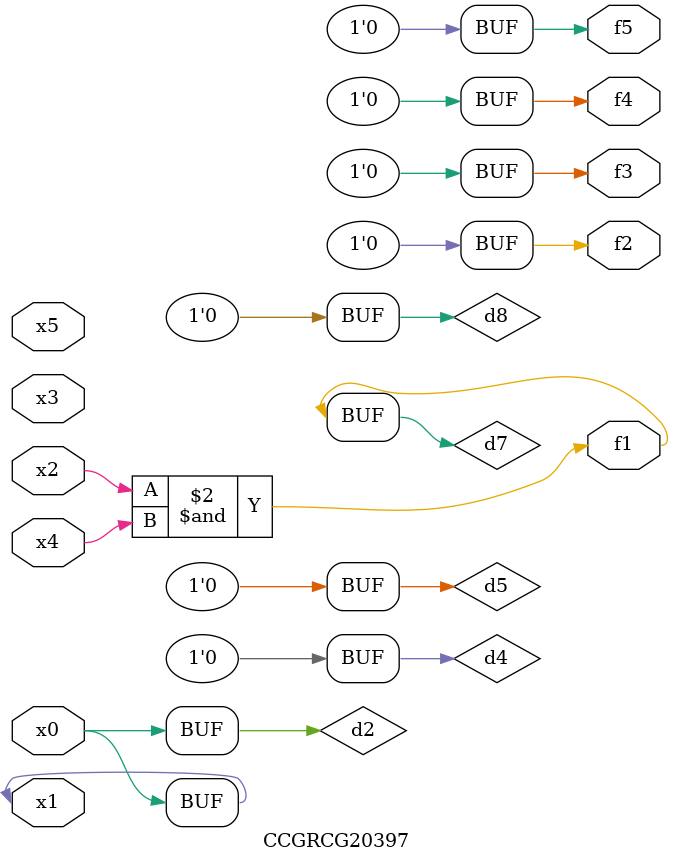
<source format=v>
module CCGRCG20397(
	input x0, x1, x2, x3, x4, x5,
	output f1, f2, f3, f4, f5
);

	wire d1, d2, d3, d4, d5, d6, d7, d8, d9;

	nand (d1, x1);
	buf (d2, x0, x1);
	nand (d3, x2, x4);
	and (d4, d1, d2);
	and (d5, d1, d2);
	nand (d6, d1, d3);
	not (d7, d3);
	xor (d8, d5);
	nor (d9, d5, d6);
	assign f1 = d7;
	assign f2 = d8;
	assign f3 = d8;
	assign f4 = d8;
	assign f5 = d8;
endmodule

</source>
